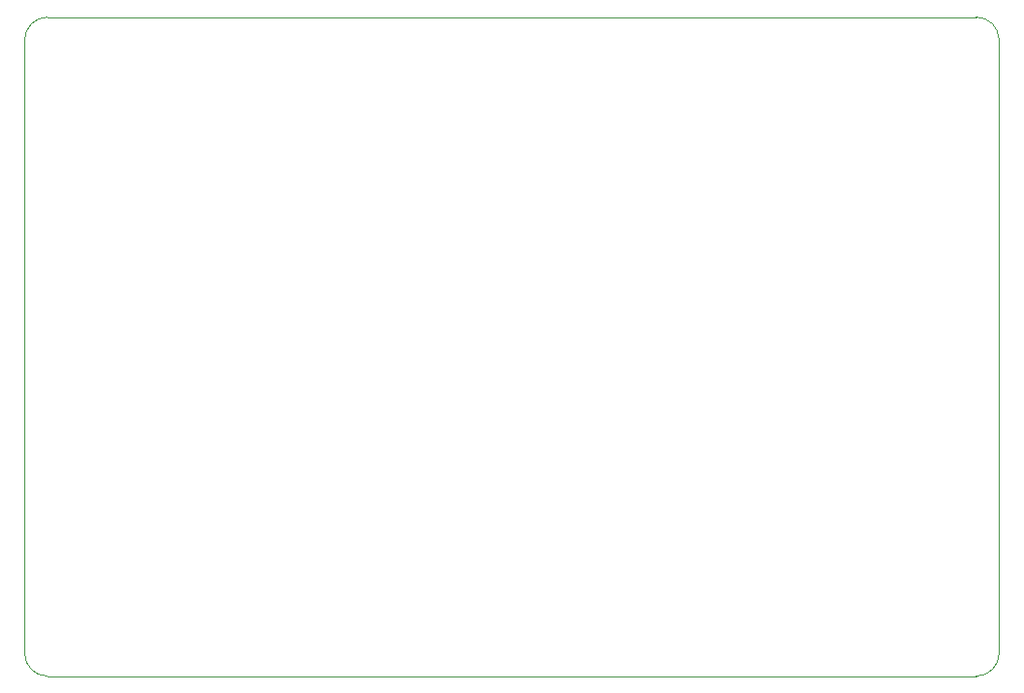
<source format=gbr>
%TF.GenerationSoftware,KiCad,Pcbnew,5.1.9+dfsg1-1~bpo10+1*%
%TF.CreationDate,2021-03-08T15:45:51+01:00*%
%TF.ProjectId,firefly,66697265-666c-4792-9e6b-696361645f70,rev?*%
%TF.SameCoordinates,Original*%
%TF.FileFunction,Profile,NP*%
%FSLAX46Y46*%
G04 Gerber Fmt 4.6, Leading zero omitted, Abs format (unit mm)*
G04 Created by KiCad (PCBNEW 5.1.9+dfsg1-1~bpo10+1) date 2021-03-08 15:45:51*
%MOMM*%
%LPD*%
G01*
G04 APERTURE LIST*
%TA.AperFunction,Profile*%
%ADD10C,0.050000*%
%TD*%
G04 APERTURE END LIST*
D10*
X219074999Y-58499999D02*
G75*
G02*
X221075000Y-60500000I0J-2000001D01*
G01*
X221075001Y-113999999D02*
G75*
G02*
X219075000Y-116000000I-2000001J0D01*
G01*
X138075001Y-116000001D02*
G75*
G02*
X136075000Y-114000000I0J2000001D01*
G01*
X136075000Y-60500000D02*
G75*
G02*
X138075000Y-58500000I2000000J0D01*
G01*
X221075001Y-113999999D02*
X221075000Y-60500000D01*
X138075001Y-116000001D02*
X219075000Y-116000000D01*
X136075000Y-60500000D02*
X136075000Y-114000000D01*
X219074999Y-58499999D02*
X138075000Y-58500000D01*
M02*

</source>
